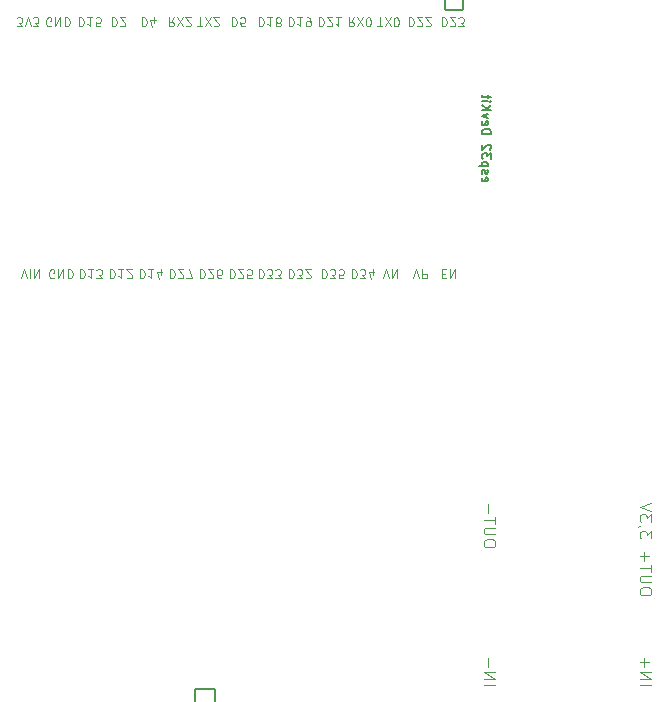
<source format=gbo>
G04 #@! TF.GenerationSoftware,KiCad,Pcbnew,8.0.2*
G04 #@! TF.CreationDate,2024-07-01T07:58:36+02:00*
G04 #@! TF.ProjectId,energiRegistrationForHA,656e6572-6769-4526-9567-697374726174,0*
G04 #@! TF.SameCoordinates,Original*
G04 #@! TF.FileFunction,Legend,Bot*
G04 #@! TF.FilePolarity,Positive*
%FSLAX46Y46*%
G04 Gerber Fmt 4.6, Leading zero omitted, Abs format (unit mm)*
G04 Created by KiCad (PCBNEW 8.0.2) date 2024-07-01 07:58:36*
%MOMM*%
%LPD*%
G01*
G04 APERTURE LIST*
G04 Aperture macros list*
%AMRoundRect*
0 Rectangle with rounded corners*
0 $1 Rounding radius*
0 $2 $3 $4 $5 $6 $7 $8 $9 X,Y pos of 4 corners*
0 Add a 4 corners polygon primitive as box body*
4,1,4,$2,$3,$4,$5,$6,$7,$8,$9,$2,$3,0*
0 Add four circle primitives for the rounded corners*
1,1,$1+$1,$2,$3*
1,1,$1+$1,$4,$5*
1,1,$1+$1,$6,$7*
1,1,$1+$1,$8,$9*
0 Add four rect primitives between the rounded corners*
20,1,$1+$1,$2,$3,$4,$5,0*
20,1,$1+$1,$4,$5,$6,$7,0*
20,1,$1+$1,$6,$7,$8,$9,0*
20,1,$1+$1,$8,$9,$2,$3,0*%
G04 Aperture macros list end*
%ADD10C,0.100000*%
%ADD11C,0.101600*%
%ADD12C,0.152400*%
%ADD13C,2.132000*%
%ADD14RoundRect,0.050000X1.300000X-1.300000X1.300000X1.300000X-1.300000X1.300000X-1.300000X-1.300000X0*%
%ADD15C,2.700000*%
%ADD16RoundRect,0.050000X-0.762000X0.762000X-0.762000X-0.762000X0.762000X-0.762000X0.762000X0.762000X0*%
%ADD17C,1.624000*%
%ADD18RoundRect,0.050000X-0.850000X-0.850000X0.850000X-0.850000X0.850000X0.850000X-0.850000X0.850000X0*%
%ADD19O,1.800000X1.800000*%
G04 APERTURE END LIST*
D10*
X70485580Y-81357115D02*
X71485580Y-81357115D01*
X70485580Y-80880925D02*
X71485580Y-80880925D01*
X71485580Y-80880925D02*
X70485580Y-80309497D01*
X70485580Y-80309497D02*
X71485580Y-80309497D01*
X70866533Y-79833306D02*
X70866533Y-79071402D01*
X83693580Y-81357115D02*
X84693580Y-81357115D01*
X83693580Y-80880925D02*
X84693580Y-80880925D01*
X84693580Y-80880925D02*
X83693580Y-80309497D01*
X83693580Y-80309497D02*
X84693580Y-80309497D01*
X84074533Y-79833306D02*
X84074533Y-79071402D01*
X83693580Y-79452354D02*
X84455485Y-79452354D01*
X84693580Y-73546639D02*
X84693580Y-73356163D01*
X84693580Y-73356163D02*
X84645961Y-73260925D01*
X84645961Y-73260925D02*
X84550723Y-73165687D01*
X84550723Y-73165687D02*
X84360247Y-73118068D01*
X84360247Y-73118068D02*
X84026914Y-73118068D01*
X84026914Y-73118068D02*
X83836438Y-73165687D01*
X83836438Y-73165687D02*
X83741200Y-73260925D01*
X83741200Y-73260925D02*
X83693580Y-73356163D01*
X83693580Y-73356163D02*
X83693580Y-73546639D01*
X83693580Y-73546639D02*
X83741200Y-73641877D01*
X83741200Y-73641877D02*
X83836438Y-73737115D01*
X83836438Y-73737115D02*
X84026914Y-73784734D01*
X84026914Y-73784734D02*
X84360247Y-73784734D01*
X84360247Y-73784734D02*
X84550723Y-73737115D01*
X84550723Y-73737115D02*
X84645961Y-73641877D01*
X84645961Y-73641877D02*
X84693580Y-73546639D01*
X84693580Y-72689496D02*
X83884057Y-72689496D01*
X83884057Y-72689496D02*
X83788819Y-72641877D01*
X83788819Y-72641877D02*
X83741200Y-72594258D01*
X83741200Y-72594258D02*
X83693580Y-72499020D01*
X83693580Y-72499020D02*
X83693580Y-72308544D01*
X83693580Y-72308544D02*
X83741200Y-72213306D01*
X83741200Y-72213306D02*
X83788819Y-72165687D01*
X83788819Y-72165687D02*
X83884057Y-72118068D01*
X83884057Y-72118068D02*
X84693580Y-72118068D01*
X84693580Y-71784734D02*
X84693580Y-71213306D01*
X83693580Y-71499020D02*
X84693580Y-71499020D01*
X84074533Y-70879972D02*
X84074533Y-70118068D01*
X83693580Y-70499020D02*
X84455485Y-70499020D01*
X84693580Y-68975210D02*
X84693580Y-68356163D01*
X84693580Y-68356163D02*
X84312628Y-68689496D01*
X84312628Y-68689496D02*
X84312628Y-68546639D01*
X84312628Y-68546639D02*
X84265009Y-68451401D01*
X84265009Y-68451401D02*
X84217390Y-68403782D01*
X84217390Y-68403782D02*
X84122152Y-68356163D01*
X84122152Y-68356163D02*
X83884057Y-68356163D01*
X83884057Y-68356163D02*
X83788819Y-68403782D01*
X83788819Y-68403782D02*
X83741200Y-68451401D01*
X83741200Y-68451401D02*
X83693580Y-68546639D01*
X83693580Y-68546639D02*
X83693580Y-68832353D01*
X83693580Y-68832353D02*
X83741200Y-68927591D01*
X83741200Y-68927591D02*
X83788819Y-68975210D01*
X83741200Y-67879972D02*
X83693580Y-67879972D01*
X83693580Y-67879972D02*
X83598342Y-67927591D01*
X83598342Y-67927591D02*
X83550723Y-67975210D01*
X84693580Y-67546639D02*
X84693580Y-66927592D01*
X84693580Y-66927592D02*
X84312628Y-67260925D01*
X84312628Y-67260925D02*
X84312628Y-67118068D01*
X84312628Y-67118068D02*
X84265009Y-67022830D01*
X84265009Y-67022830D02*
X84217390Y-66975211D01*
X84217390Y-66975211D02*
X84122152Y-66927592D01*
X84122152Y-66927592D02*
X83884057Y-66927592D01*
X83884057Y-66927592D02*
X83788819Y-66975211D01*
X83788819Y-66975211D02*
X83741200Y-67022830D01*
X83741200Y-67022830D02*
X83693580Y-67118068D01*
X83693580Y-67118068D02*
X83693580Y-67403782D01*
X83693580Y-67403782D02*
X83741200Y-67499020D01*
X83741200Y-67499020D02*
X83788819Y-67546639D01*
X84693580Y-66641877D02*
X83693580Y-66308544D01*
X83693580Y-66308544D02*
X84693580Y-65975211D01*
X71485580Y-69482639D02*
X71485580Y-69292163D01*
X71485580Y-69292163D02*
X71437961Y-69196925D01*
X71437961Y-69196925D02*
X71342723Y-69101687D01*
X71342723Y-69101687D02*
X71152247Y-69054068D01*
X71152247Y-69054068D02*
X70818914Y-69054068D01*
X70818914Y-69054068D02*
X70628438Y-69101687D01*
X70628438Y-69101687D02*
X70533200Y-69196925D01*
X70533200Y-69196925D02*
X70485580Y-69292163D01*
X70485580Y-69292163D02*
X70485580Y-69482639D01*
X70485580Y-69482639D02*
X70533200Y-69577877D01*
X70533200Y-69577877D02*
X70628438Y-69673115D01*
X70628438Y-69673115D02*
X70818914Y-69720734D01*
X70818914Y-69720734D02*
X71152247Y-69720734D01*
X71152247Y-69720734D02*
X71342723Y-69673115D01*
X71342723Y-69673115D02*
X71437961Y-69577877D01*
X71437961Y-69577877D02*
X71485580Y-69482639D01*
X71485580Y-68625496D02*
X70676057Y-68625496D01*
X70676057Y-68625496D02*
X70580819Y-68577877D01*
X70580819Y-68577877D02*
X70533200Y-68530258D01*
X70533200Y-68530258D02*
X70485580Y-68435020D01*
X70485580Y-68435020D02*
X70485580Y-68244544D01*
X70485580Y-68244544D02*
X70533200Y-68149306D01*
X70533200Y-68149306D02*
X70580819Y-68101687D01*
X70580819Y-68101687D02*
X70676057Y-68054068D01*
X70676057Y-68054068D02*
X71485580Y-68054068D01*
X71485580Y-67720734D02*
X71485580Y-67149306D01*
X70485580Y-67435020D02*
X71485580Y-67435020D01*
X70866533Y-66815972D02*
X70866533Y-66054068D01*
D11*
X53969270Y-46199538D02*
X53969270Y-46961538D01*
X53969270Y-46961538D02*
X54150699Y-46961538D01*
X54150699Y-46961538D02*
X54259556Y-46925252D01*
X54259556Y-46925252D02*
X54332127Y-46852681D01*
X54332127Y-46852681D02*
X54368413Y-46780109D01*
X54368413Y-46780109D02*
X54404699Y-46634966D01*
X54404699Y-46634966D02*
X54404699Y-46526109D01*
X54404699Y-46526109D02*
X54368413Y-46380966D01*
X54368413Y-46380966D02*
X54332127Y-46308395D01*
X54332127Y-46308395D02*
X54259556Y-46235824D01*
X54259556Y-46235824D02*
X54150699Y-46199538D01*
X54150699Y-46199538D02*
X53969270Y-46199538D01*
X54658699Y-46961538D02*
X55130413Y-46961538D01*
X55130413Y-46961538D02*
X54876413Y-46671252D01*
X54876413Y-46671252D02*
X54985270Y-46671252D01*
X54985270Y-46671252D02*
X55057842Y-46634966D01*
X55057842Y-46634966D02*
X55094127Y-46598681D01*
X55094127Y-46598681D02*
X55130413Y-46526109D01*
X55130413Y-46526109D02*
X55130413Y-46344681D01*
X55130413Y-46344681D02*
X55094127Y-46272109D01*
X55094127Y-46272109D02*
X55057842Y-46235824D01*
X55057842Y-46235824D02*
X54985270Y-46199538D01*
X54985270Y-46199538D02*
X54767556Y-46199538D01*
X54767556Y-46199538D02*
X54694984Y-46235824D01*
X54694984Y-46235824D02*
X54658699Y-46272109D01*
X55420698Y-46888966D02*
X55456984Y-46925252D01*
X55456984Y-46925252D02*
X55529556Y-46961538D01*
X55529556Y-46961538D02*
X55710984Y-46961538D01*
X55710984Y-46961538D02*
X55783556Y-46925252D01*
X55783556Y-46925252D02*
X55819841Y-46888966D01*
X55819841Y-46888966D02*
X55856127Y-46816395D01*
X55856127Y-46816395D02*
X55856127Y-46743824D01*
X55856127Y-46743824D02*
X55819841Y-46634966D01*
X55819841Y-46634966D02*
X55384413Y-46199538D01*
X55384413Y-46199538D02*
X55856127Y-46199538D01*
X36189270Y-24863538D02*
X36189270Y-25625538D01*
X36189270Y-25625538D02*
X36370699Y-25625538D01*
X36370699Y-25625538D02*
X36479556Y-25589252D01*
X36479556Y-25589252D02*
X36552127Y-25516681D01*
X36552127Y-25516681D02*
X36588413Y-25444109D01*
X36588413Y-25444109D02*
X36624699Y-25298966D01*
X36624699Y-25298966D02*
X36624699Y-25190109D01*
X36624699Y-25190109D02*
X36588413Y-25044966D01*
X36588413Y-25044966D02*
X36552127Y-24972395D01*
X36552127Y-24972395D02*
X36479556Y-24899824D01*
X36479556Y-24899824D02*
X36370699Y-24863538D01*
X36370699Y-24863538D02*
X36189270Y-24863538D01*
X37350413Y-24863538D02*
X36914984Y-24863538D01*
X37132699Y-24863538D02*
X37132699Y-25625538D01*
X37132699Y-25625538D02*
X37060127Y-25516681D01*
X37060127Y-25516681D02*
X36987556Y-25444109D01*
X36987556Y-25444109D02*
X36914984Y-25407824D01*
X38039841Y-25625538D02*
X37676984Y-25625538D01*
X37676984Y-25625538D02*
X37640698Y-25262681D01*
X37640698Y-25262681D02*
X37676984Y-25298966D01*
X37676984Y-25298966D02*
X37749556Y-25335252D01*
X37749556Y-25335252D02*
X37930984Y-25335252D01*
X37930984Y-25335252D02*
X38003556Y-25298966D01*
X38003556Y-25298966D02*
X38039841Y-25262681D01*
X38039841Y-25262681D02*
X38076127Y-25190109D01*
X38076127Y-25190109D02*
X38076127Y-25008681D01*
X38076127Y-25008681D02*
X38039841Y-24936109D01*
X38039841Y-24936109D02*
X38003556Y-24899824D01*
X38003556Y-24899824D02*
X37930984Y-24863538D01*
X37930984Y-24863538D02*
X37749556Y-24863538D01*
X37749556Y-24863538D02*
X37676984Y-24899824D01*
X37676984Y-24899824D02*
X37640698Y-24936109D01*
X51429270Y-46199538D02*
X51429270Y-46961538D01*
X51429270Y-46961538D02*
X51610699Y-46961538D01*
X51610699Y-46961538D02*
X51719556Y-46925252D01*
X51719556Y-46925252D02*
X51792127Y-46852681D01*
X51792127Y-46852681D02*
X51828413Y-46780109D01*
X51828413Y-46780109D02*
X51864699Y-46634966D01*
X51864699Y-46634966D02*
X51864699Y-46526109D01*
X51864699Y-46526109D02*
X51828413Y-46380966D01*
X51828413Y-46380966D02*
X51792127Y-46308395D01*
X51792127Y-46308395D02*
X51719556Y-46235824D01*
X51719556Y-46235824D02*
X51610699Y-46199538D01*
X51610699Y-46199538D02*
X51429270Y-46199538D01*
X52118699Y-46961538D02*
X52590413Y-46961538D01*
X52590413Y-46961538D02*
X52336413Y-46671252D01*
X52336413Y-46671252D02*
X52445270Y-46671252D01*
X52445270Y-46671252D02*
X52517842Y-46634966D01*
X52517842Y-46634966D02*
X52554127Y-46598681D01*
X52554127Y-46598681D02*
X52590413Y-46526109D01*
X52590413Y-46526109D02*
X52590413Y-46344681D01*
X52590413Y-46344681D02*
X52554127Y-46272109D01*
X52554127Y-46272109D02*
X52517842Y-46235824D01*
X52517842Y-46235824D02*
X52445270Y-46199538D01*
X52445270Y-46199538D02*
X52227556Y-46199538D01*
X52227556Y-46199538D02*
X52154984Y-46235824D01*
X52154984Y-46235824D02*
X52118699Y-46272109D01*
X52844413Y-46961538D02*
X53316127Y-46961538D01*
X53316127Y-46961538D02*
X53062127Y-46671252D01*
X53062127Y-46671252D02*
X53170984Y-46671252D01*
X53170984Y-46671252D02*
X53243556Y-46634966D01*
X53243556Y-46634966D02*
X53279841Y-46598681D01*
X53279841Y-46598681D02*
X53316127Y-46526109D01*
X53316127Y-46526109D02*
X53316127Y-46344681D01*
X53316127Y-46344681D02*
X53279841Y-46272109D01*
X53279841Y-46272109D02*
X53243556Y-46235824D01*
X53243556Y-46235824D02*
X53170984Y-46199538D01*
X53170984Y-46199538D02*
X52953270Y-46199538D01*
X52953270Y-46199538D02*
X52880698Y-46235824D01*
X52880698Y-46235824D02*
X52844413Y-46272109D01*
X51429270Y-24863538D02*
X51429270Y-25625538D01*
X51429270Y-25625538D02*
X51610699Y-25625538D01*
X51610699Y-25625538D02*
X51719556Y-25589252D01*
X51719556Y-25589252D02*
X51792127Y-25516681D01*
X51792127Y-25516681D02*
X51828413Y-25444109D01*
X51828413Y-25444109D02*
X51864699Y-25298966D01*
X51864699Y-25298966D02*
X51864699Y-25190109D01*
X51864699Y-25190109D02*
X51828413Y-25044966D01*
X51828413Y-25044966D02*
X51792127Y-24972395D01*
X51792127Y-24972395D02*
X51719556Y-24899824D01*
X51719556Y-24899824D02*
X51610699Y-24863538D01*
X51610699Y-24863538D02*
X51429270Y-24863538D01*
X52590413Y-24863538D02*
X52154984Y-24863538D01*
X52372699Y-24863538D02*
X52372699Y-25625538D01*
X52372699Y-25625538D02*
X52300127Y-25516681D01*
X52300127Y-25516681D02*
X52227556Y-25444109D01*
X52227556Y-25444109D02*
X52154984Y-25407824D01*
X53025841Y-25298966D02*
X52953270Y-25335252D01*
X52953270Y-25335252D02*
X52916984Y-25371538D01*
X52916984Y-25371538D02*
X52880698Y-25444109D01*
X52880698Y-25444109D02*
X52880698Y-25480395D01*
X52880698Y-25480395D02*
X52916984Y-25552966D01*
X52916984Y-25552966D02*
X52953270Y-25589252D01*
X52953270Y-25589252D02*
X53025841Y-25625538D01*
X53025841Y-25625538D02*
X53170984Y-25625538D01*
X53170984Y-25625538D02*
X53243556Y-25589252D01*
X53243556Y-25589252D02*
X53279841Y-25552966D01*
X53279841Y-25552966D02*
X53316127Y-25480395D01*
X53316127Y-25480395D02*
X53316127Y-25444109D01*
X53316127Y-25444109D02*
X53279841Y-25371538D01*
X53279841Y-25371538D02*
X53243556Y-25335252D01*
X53243556Y-25335252D02*
X53170984Y-25298966D01*
X53170984Y-25298966D02*
X53025841Y-25298966D01*
X53025841Y-25298966D02*
X52953270Y-25262681D01*
X52953270Y-25262681D02*
X52916984Y-25226395D01*
X52916984Y-25226395D02*
X52880698Y-25153824D01*
X52880698Y-25153824D02*
X52880698Y-25008681D01*
X52880698Y-25008681D02*
X52916984Y-24936109D01*
X52916984Y-24936109D02*
X52953270Y-24899824D01*
X52953270Y-24899824D02*
X53025841Y-24863538D01*
X53025841Y-24863538D02*
X53170984Y-24863538D01*
X53170984Y-24863538D02*
X53243556Y-24899824D01*
X53243556Y-24899824D02*
X53279841Y-24936109D01*
X53279841Y-24936109D02*
X53316127Y-25008681D01*
X53316127Y-25008681D02*
X53316127Y-25153824D01*
X53316127Y-25153824D02*
X53279841Y-25226395D01*
X53279841Y-25226395D02*
X53243556Y-25262681D01*
X53243556Y-25262681D02*
X53170984Y-25298966D01*
X56509270Y-24863538D02*
X56509270Y-25625538D01*
X56509270Y-25625538D02*
X56690699Y-25625538D01*
X56690699Y-25625538D02*
X56799556Y-25589252D01*
X56799556Y-25589252D02*
X56872127Y-25516681D01*
X56872127Y-25516681D02*
X56908413Y-25444109D01*
X56908413Y-25444109D02*
X56944699Y-25298966D01*
X56944699Y-25298966D02*
X56944699Y-25190109D01*
X56944699Y-25190109D02*
X56908413Y-25044966D01*
X56908413Y-25044966D02*
X56872127Y-24972395D01*
X56872127Y-24972395D02*
X56799556Y-24899824D01*
X56799556Y-24899824D02*
X56690699Y-24863538D01*
X56690699Y-24863538D02*
X56509270Y-24863538D01*
X57234984Y-25552966D02*
X57271270Y-25589252D01*
X57271270Y-25589252D02*
X57343842Y-25625538D01*
X57343842Y-25625538D02*
X57525270Y-25625538D01*
X57525270Y-25625538D02*
X57597842Y-25589252D01*
X57597842Y-25589252D02*
X57634127Y-25552966D01*
X57634127Y-25552966D02*
X57670413Y-25480395D01*
X57670413Y-25480395D02*
X57670413Y-25407824D01*
X57670413Y-25407824D02*
X57634127Y-25298966D01*
X57634127Y-25298966D02*
X57198699Y-24863538D01*
X57198699Y-24863538D02*
X57670413Y-24863538D01*
X58396127Y-24863538D02*
X57960698Y-24863538D01*
X58178413Y-24863538D02*
X58178413Y-25625538D01*
X58178413Y-25625538D02*
X58105841Y-25516681D01*
X58105841Y-25516681D02*
X58033270Y-25444109D01*
X58033270Y-25444109D02*
X57960698Y-25407824D01*
X53969270Y-24863538D02*
X53969270Y-25625538D01*
X53969270Y-25625538D02*
X54150699Y-25625538D01*
X54150699Y-25625538D02*
X54259556Y-25589252D01*
X54259556Y-25589252D02*
X54332127Y-25516681D01*
X54332127Y-25516681D02*
X54368413Y-25444109D01*
X54368413Y-25444109D02*
X54404699Y-25298966D01*
X54404699Y-25298966D02*
X54404699Y-25190109D01*
X54404699Y-25190109D02*
X54368413Y-25044966D01*
X54368413Y-25044966D02*
X54332127Y-24972395D01*
X54332127Y-24972395D02*
X54259556Y-24899824D01*
X54259556Y-24899824D02*
X54150699Y-24863538D01*
X54150699Y-24863538D02*
X53969270Y-24863538D01*
X55130413Y-24863538D02*
X54694984Y-24863538D01*
X54912699Y-24863538D02*
X54912699Y-25625538D01*
X54912699Y-25625538D02*
X54840127Y-25516681D01*
X54840127Y-25516681D02*
X54767556Y-25444109D01*
X54767556Y-25444109D02*
X54694984Y-25407824D01*
X55493270Y-24863538D02*
X55638413Y-24863538D01*
X55638413Y-24863538D02*
X55710984Y-24899824D01*
X55710984Y-24899824D02*
X55747270Y-24936109D01*
X55747270Y-24936109D02*
X55819841Y-25044966D01*
X55819841Y-25044966D02*
X55856127Y-25190109D01*
X55856127Y-25190109D02*
X55856127Y-25480395D01*
X55856127Y-25480395D02*
X55819841Y-25552966D01*
X55819841Y-25552966D02*
X55783556Y-25589252D01*
X55783556Y-25589252D02*
X55710984Y-25625538D01*
X55710984Y-25625538D02*
X55565841Y-25625538D01*
X55565841Y-25625538D02*
X55493270Y-25589252D01*
X55493270Y-25589252D02*
X55456984Y-25552966D01*
X55456984Y-25552966D02*
X55420698Y-25480395D01*
X55420698Y-25480395D02*
X55420698Y-25298966D01*
X55420698Y-25298966D02*
X55456984Y-25226395D01*
X55456984Y-25226395D02*
X55493270Y-25190109D01*
X55493270Y-25190109D02*
X55565841Y-25153824D01*
X55565841Y-25153824D02*
X55710984Y-25153824D01*
X55710984Y-25153824D02*
X55783556Y-25190109D01*
X55783556Y-25190109D02*
X55819841Y-25226395D01*
X55819841Y-25226395D02*
X55856127Y-25298966D01*
X41365714Y-46199538D02*
X41365714Y-46961538D01*
X41365714Y-46961538D02*
X41547143Y-46961538D01*
X41547143Y-46961538D02*
X41656000Y-46925252D01*
X41656000Y-46925252D02*
X41728571Y-46852681D01*
X41728571Y-46852681D02*
X41764857Y-46780109D01*
X41764857Y-46780109D02*
X41801143Y-46634966D01*
X41801143Y-46634966D02*
X41801143Y-46526109D01*
X41801143Y-46526109D02*
X41764857Y-46380966D01*
X41764857Y-46380966D02*
X41728571Y-46308395D01*
X41728571Y-46308395D02*
X41656000Y-46235824D01*
X41656000Y-46235824D02*
X41547143Y-46199538D01*
X41547143Y-46199538D02*
X41365714Y-46199538D01*
X42526857Y-46199538D02*
X42091428Y-46199538D01*
X42309143Y-46199538D02*
X42309143Y-46961538D01*
X42309143Y-46961538D02*
X42236571Y-46852681D01*
X42236571Y-46852681D02*
X42164000Y-46780109D01*
X42164000Y-46780109D02*
X42091428Y-46743824D01*
X43180000Y-46707538D02*
X43180000Y-46199538D01*
X42998571Y-46997824D02*
X42817142Y-46453538D01*
X42817142Y-46453538D02*
X43288857Y-46453538D01*
X34090428Y-46925252D02*
X34017857Y-46961538D01*
X34017857Y-46961538D02*
X33908999Y-46961538D01*
X33908999Y-46961538D02*
X33800142Y-46925252D01*
X33800142Y-46925252D02*
X33727571Y-46852681D01*
X33727571Y-46852681D02*
X33691285Y-46780109D01*
X33691285Y-46780109D02*
X33654999Y-46634966D01*
X33654999Y-46634966D02*
X33654999Y-46526109D01*
X33654999Y-46526109D02*
X33691285Y-46380966D01*
X33691285Y-46380966D02*
X33727571Y-46308395D01*
X33727571Y-46308395D02*
X33800142Y-46235824D01*
X33800142Y-46235824D02*
X33908999Y-46199538D01*
X33908999Y-46199538D02*
X33981571Y-46199538D01*
X33981571Y-46199538D02*
X34090428Y-46235824D01*
X34090428Y-46235824D02*
X34126714Y-46272109D01*
X34126714Y-46272109D02*
X34126714Y-46526109D01*
X34126714Y-46526109D02*
X33981571Y-46526109D01*
X34453285Y-46199538D02*
X34453285Y-46961538D01*
X34453285Y-46961538D02*
X34888714Y-46199538D01*
X34888714Y-46199538D02*
X34888714Y-46961538D01*
X35251571Y-46199538D02*
X35251571Y-46961538D01*
X35251571Y-46961538D02*
X35433000Y-46961538D01*
X35433000Y-46961538D02*
X35541857Y-46925252D01*
X35541857Y-46925252D02*
X35614428Y-46852681D01*
X35614428Y-46852681D02*
X35650714Y-46780109D01*
X35650714Y-46780109D02*
X35687000Y-46634966D01*
X35687000Y-46634966D02*
X35687000Y-46526109D01*
X35687000Y-46526109D02*
X35650714Y-46380966D01*
X35650714Y-46380966D02*
X35614428Y-46308395D01*
X35614428Y-46308395D02*
X35541857Y-46235824D01*
X35541857Y-46235824D02*
X35433000Y-46199538D01*
X35433000Y-46199538D02*
X35251571Y-46199538D01*
X56763270Y-46199538D02*
X56763270Y-46961538D01*
X56763270Y-46961538D02*
X56944699Y-46961538D01*
X56944699Y-46961538D02*
X57053556Y-46925252D01*
X57053556Y-46925252D02*
X57126127Y-46852681D01*
X57126127Y-46852681D02*
X57162413Y-46780109D01*
X57162413Y-46780109D02*
X57198699Y-46634966D01*
X57198699Y-46634966D02*
X57198699Y-46526109D01*
X57198699Y-46526109D02*
X57162413Y-46380966D01*
X57162413Y-46380966D02*
X57126127Y-46308395D01*
X57126127Y-46308395D02*
X57053556Y-46235824D01*
X57053556Y-46235824D02*
X56944699Y-46199538D01*
X56944699Y-46199538D02*
X56763270Y-46199538D01*
X57452699Y-46961538D02*
X57924413Y-46961538D01*
X57924413Y-46961538D02*
X57670413Y-46671252D01*
X57670413Y-46671252D02*
X57779270Y-46671252D01*
X57779270Y-46671252D02*
X57851842Y-46634966D01*
X57851842Y-46634966D02*
X57888127Y-46598681D01*
X57888127Y-46598681D02*
X57924413Y-46526109D01*
X57924413Y-46526109D02*
X57924413Y-46344681D01*
X57924413Y-46344681D02*
X57888127Y-46272109D01*
X57888127Y-46272109D02*
X57851842Y-46235824D01*
X57851842Y-46235824D02*
X57779270Y-46199538D01*
X57779270Y-46199538D02*
X57561556Y-46199538D01*
X57561556Y-46199538D02*
X57488984Y-46235824D01*
X57488984Y-46235824D02*
X57452699Y-46272109D01*
X58613841Y-46961538D02*
X58250984Y-46961538D01*
X58250984Y-46961538D02*
X58214698Y-46598681D01*
X58214698Y-46598681D02*
X58250984Y-46634966D01*
X58250984Y-46634966D02*
X58323556Y-46671252D01*
X58323556Y-46671252D02*
X58504984Y-46671252D01*
X58504984Y-46671252D02*
X58577556Y-46634966D01*
X58577556Y-46634966D02*
X58613841Y-46598681D01*
X58613841Y-46598681D02*
X58650127Y-46526109D01*
X58650127Y-46526109D02*
X58650127Y-46344681D01*
X58650127Y-46344681D02*
X58613841Y-46272109D01*
X58613841Y-46272109D02*
X58577556Y-46235824D01*
X58577556Y-46235824D02*
X58504984Y-46199538D01*
X58504984Y-46199538D02*
X58323556Y-46199538D01*
X58323556Y-46199538D02*
X58250984Y-46235824D01*
X58250984Y-46235824D02*
X58214698Y-46272109D01*
X66923270Y-24863538D02*
X66923270Y-25625538D01*
X66923270Y-25625538D02*
X67104699Y-25625538D01*
X67104699Y-25625538D02*
X67213556Y-25589252D01*
X67213556Y-25589252D02*
X67286127Y-25516681D01*
X67286127Y-25516681D02*
X67322413Y-25444109D01*
X67322413Y-25444109D02*
X67358699Y-25298966D01*
X67358699Y-25298966D02*
X67358699Y-25190109D01*
X67358699Y-25190109D02*
X67322413Y-25044966D01*
X67322413Y-25044966D02*
X67286127Y-24972395D01*
X67286127Y-24972395D02*
X67213556Y-24899824D01*
X67213556Y-24899824D02*
X67104699Y-24863538D01*
X67104699Y-24863538D02*
X66923270Y-24863538D01*
X67648984Y-25552966D02*
X67685270Y-25589252D01*
X67685270Y-25589252D02*
X67757842Y-25625538D01*
X67757842Y-25625538D02*
X67939270Y-25625538D01*
X67939270Y-25625538D02*
X68011842Y-25589252D01*
X68011842Y-25589252D02*
X68048127Y-25552966D01*
X68048127Y-25552966D02*
X68084413Y-25480395D01*
X68084413Y-25480395D02*
X68084413Y-25407824D01*
X68084413Y-25407824D02*
X68048127Y-25298966D01*
X68048127Y-25298966D02*
X67612699Y-24863538D01*
X67612699Y-24863538D02*
X68084413Y-24863538D01*
X68338413Y-25625538D02*
X68810127Y-25625538D01*
X68810127Y-25625538D02*
X68556127Y-25335252D01*
X68556127Y-25335252D02*
X68664984Y-25335252D01*
X68664984Y-25335252D02*
X68737556Y-25298966D01*
X68737556Y-25298966D02*
X68773841Y-25262681D01*
X68773841Y-25262681D02*
X68810127Y-25190109D01*
X68810127Y-25190109D02*
X68810127Y-25008681D01*
X68810127Y-25008681D02*
X68773841Y-24936109D01*
X68773841Y-24936109D02*
X68737556Y-24899824D01*
X68737556Y-24899824D02*
X68664984Y-24863538D01*
X68664984Y-24863538D02*
X68447270Y-24863538D01*
X68447270Y-24863538D02*
X68374698Y-24899824D01*
X68374698Y-24899824D02*
X68338413Y-24936109D01*
X59484699Y-24863538D02*
X59230699Y-25226395D01*
X59049270Y-24863538D02*
X59049270Y-25625538D01*
X59049270Y-25625538D02*
X59339556Y-25625538D01*
X59339556Y-25625538D02*
X59412127Y-25589252D01*
X59412127Y-25589252D02*
X59448413Y-25552966D01*
X59448413Y-25552966D02*
X59484699Y-25480395D01*
X59484699Y-25480395D02*
X59484699Y-25371538D01*
X59484699Y-25371538D02*
X59448413Y-25298966D01*
X59448413Y-25298966D02*
X59412127Y-25262681D01*
X59412127Y-25262681D02*
X59339556Y-25226395D01*
X59339556Y-25226395D02*
X59049270Y-25226395D01*
X59738699Y-25625538D02*
X60246699Y-24863538D01*
X60246699Y-25625538D02*
X59738699Y-24863538D01*
X60682127Y-25625538D02*
X60754698Y-25625538D01*
X60754698Y-25625538D02*
X60827270Y-25589252D01*
X60827270Y-25589252D02*
X60863556Y-25552966D01*
X60863556Y-25552966D02*
X60899841Y-25480395D01*
X60899841Y-25480395D02*
X60936127Y-25335252D01*
X60936127Y-25335252D02*
X60936127Y-25153824D01*
X60936127Y-25153824D02*
X60899841Y-25008681D01*
X60899841Y-25008681D02*
X60863556Y-24936109D01*
X60863556Y-24936109D02*
X60827270Y-24899824D01*
X60827270Y-24899824D02*
X60754698Y-24863538D01*
X60754698Y-24863538D02*
X60682127Y-24863538D01*
X60682127Y-24863538D02*
X60609556Y-24899824D01*
X60609556Y-24899824D02*
X60573270Y-24936109D01*
X60573270Y-24936109D02*
X60536984Y-25008681D01*
X60536984Y-25008681D02*
X60500698Y-25153824D01*
X60500698Y-25153824D02*
X60500698Y-25335252D01*
X60500698Y-25335252D02*
X60536984Y-25480395D01*
X60536984Y-25480395D02*
X60573270Y-25552966D01*
X60573270Y-25552966D02*
X60609556Y-25589252D01*
X60609556Y-25589252D02*
X60682127Y-25625538D01*
X36285714Y-46199538D02*
X36285714Y-46961538D01*
X36285714Y-46961538D02*
X36467143Y-46961538D01*
X36467143Y-46961538D02*
X36576000Y-46925252D01*
X36576000Y-46925252D02*
X36648571Y-46852681D01*
X36648571Y-46852681D02*
X36684857Y-46780109D01*
X36684857Y-46780109D02*
X36721143Y-46634966D01*
X36721143Y-46634966D02*
X36721143Y-46526109D01*
X36721143Y-46526109D02*
X36684857Y-46380966D01*
X36684857Y-46380966D02*
X36648571Y-46308395D01*
X36648571Y-46308395D02*
X36576000Y-46235824D01*
X36576000Y-46235824D02*
X36467143Y-46199538D01*
X36467143Y-46199538D02*
X36285714Y-46199538D01*
X37446857Y-46199538D02*
X37011428Y-46199538D01*
X37229143Y-46199538D02*
X37229143Y-46961538D01*
X37229143Y-46961538D02*
X37156571Y-46852681D01*
X37156571Y-46852681D02*
X37084000Y-46780109D01*
X37084000Y-46780109D02*
X37011428Y-46743824D01*
X37700857Y-46961538D02*
X38172571Y-46961538D01*
X38172571Y-46961538D02*
X37918571Y-46671252D01*
X37918571Y-46671252D02*
X38027428Y-46671252D01*
X38027428Y-46671252D02*
X38100000Y-46634966D01*
X38100000Y-46634966D02*
X38136285Y-46598681D01*
X38136285Y-46598681D02*
X38172571Y-46526109D01*
X38172571Y-46526109D02*
X38172571Y-46344681D01*
X38172571Y-46344681D02*
X38136285Y-46272109D01*
X38136285Y-46272109D02*
X38100000Y-46235824D01*
X38100000Y-46235824D02*
X38027428Y-46199538D01*
X38027428Y-46199538D02*
X37809714Y-46199538D01*
X37809714Y-46199538D02*
X37737142Y-46235824D01*
X37737142Y-46235824D02*
X37700857Y-46272109D01*
D12*
X70368465Y-38417022D02*
X70332179Y-38489594D01*
X70332179Y-38489594D02*
X70332179Y-38634737D01*
X70332179Y-38634737D02*
X70368465Y-38707308D01*
X70368465Y-38707308D02*
X70441036Y-38743594D01*
X70441036Y-38743594D02*
X70731322Y-38743594D01*
X70731322Y-38743594D02*
X70803893Y-38707308D01*
X70803893Y-38707308D02*
X70840179Y-38634737D01*
X70840179Y-38634737D02*
X70840179Y-38489594D01*
X70840179Y-38489594D02*
X70803893Y-38417022D01*
X70803893Y-38417022D02*
X70731322Y-38380737D01*
X70731322Y-38380737D02*
X70658750Y-38380737D01*
X70658750Y-38380737D02*
X70586179Y-38743594D01*
X70368465Y-38090451D02*
X70332179Y-38017879D01*
X70332179Y-38017879D02*
X70332179Y-37872736D01*
X70332179Y-37872736D02*
X70368465Y-37800165D01*
X70368465Y-37800165D02*
X70441036Y-37763879D01*
X70441036Y-37763879D02*
X70477322Y-37763879D01*
X70477322Y-37763879D02*
X70549893Y-37800165D01*
X70549893Y-37800165D02*
X70586179Y-37872736D01*
X70586179Y-37872736D02*
X70586179Y-37981594D01*
X70586179Y-37981594D02*
X70622465Y-38054165D01*
X70622465Y-38054165D02*
X70695036Y-38090451D01*
X70695036Y-38090451D02*
X70731322Y-38090451D01*
X70731322Y-38090451D02*
X70803893Y-38054165D01*
X70803893Y-38054165D02*
X70840179Y-37981594D01*
X70840179Y-37981594D02*
X70840179Y-37872736D01*
X70840179Y-37872736D02*
X70803893Y-37800165D01*
X70840179Y-37437308D02*
X70078179Y-37437308D01*
X70803893Y-37437308D02*
X70840179Y-37364737D01*
X70840179Y-37364737D02*
X70840179Y-37219594D01*
X70840179Y-37219594D02*
X70803893Y-37147022D01*
X70803893Y-37147022D02*
X70767607Y-37110737D01*
X70767607Y-37110737D02*
X70695036Y-37074451D01*
X70695036Y-37074451D02*
X70477322Y-37074451D01*
X70477322Y-37074451D02*
X70404750Y-37110737D01*
X70404750Y-37110737D02*
X70368465Y-37147022D01*
X70368465Y-37147022D02*
X70332179Y-37219594D01*
X70332179Y-37219594D02*
X70332179Y-37364737D01*
X70332179Y-37364737D02*
X70368465Y-37437308D01*
X71094179Y-36820450D02*
X71094179Y-36348736D01*
X71094179Y-36348736D02*
X70803893Y-36602736D01*
X70803893Y-36602736D02*
X70803893Y-36493879D01*
X70803893Y-36493879D02*
X70767607Y-36421308D01*
X70767607Y-36421308D02*
X70731322Y-36385022D01*
X70731322Y-36385022D02*
X70658750Y-36348736D01*
X70658750Y-36348736D02*
X70477322Y-36348736D01*
X70477322Y-36348736D02*
X70404750Y-36385022D01*
X70404750Y-36385022D02*
X70368465Y-36421308D01*
X70368465Y-36421308D02*
X70332179Y-36493879D01*
X70332179Y-36493879D02*
X70332179Y-36711593D01*
X70332179Y-36711593D02*
X70368465Y-36784165D01*
X70368465Y-36784165D02*
X70404750Y-36820450D01*
X71021607Y-36058451D02*
X71057893Y-36022165D01*
X71057893Y-36022165D02*
X71094179Y-35949594D01*
X71094179Y-35949594D02*
X71094179Y-35768165D01*
X71094179Y-35768165D02*
X71057893Y-35695594D01*
X71057893Y-35695594D02*
X71021607Y-35659308D01*
X71021607Y-35659308D02*
X70949036Y-35623022D01*
X70949036Y-35623022D02*
X70876465Y-35623022D01*
X70876465Y-35623022D02*
X70767607Y-35659308D01*
X70767607Y-35659308D02*
X70332179Y-36094736D01*
X70332179Y-36094736D02*
X70332179Y-35623022D01*
X70332179Y-34715880D02*
X71094179Y-34715880D01*
X71094179Y-34715880D02*
X71094179Y-34534451D01*
X71094179Y-34534451D02*
X71057893Y-34425594D01*
X71057893Y-34425594D02*
X70985322Y-34353023D01*
X70985322Y-34353023D02*
X70912750Y-34316737D01*
X70912750Y-34316737D02*
X70767607Y-34280451D01*
X70767607Y-34280451D02*
X70658750Y-34280451D01*
X70658750Y-34280451D02*
X70513607Y-34316737D01*
X70513607Y-34316737D02*
X70441036Y-34353023D01*
X70441036Y-34353023D02*
X70368465Y-34425594D01*
X70368465Y-34425594D02*
X70332179Y-34534451D01*
X70332179Y-34534451D02*
X70332179Y-34715880D01*
X70368465Y-33663594D02*
X70332179Y-33736166D01*
X70332179Y-33736166D02*
X70332179Y-33881309D01*
X70332179Y-33881309D02*
X70368465Y-33953880D01*
X70368465Y-33953880D02*
X70441036Y-33990166D01*
X70441036Y-33990166D02*
X70731322Y-33990166D01*
X70731322Y-33990166D02*
X70803893Y-33953880D01*
X70803893Y-33953880D02*
X70840179Y-33881309D01*
X70840179Y-33881309D02*
X70840179Y-33736166D01*
X70840179Y-33736166D02*
X70803893Y-33663594D01*
X70803893Y-33663594D02*
X70731322Y-33627309D01*
X70731322Y-33627309D02*
X70658750Y-33627309D01*
X70658750Y-33627309D02*
X70586179Y-33990166D01*
X70840179Y-33373308D02*
X70332179Y-33191880D01*
X70332179Y-33191880D02*
X70840179Y-33010451D01*
X70332179Y-32720166D02*
X71094179Y-32720166D01*
X70332179Y-32284737D02*
X70767607Y-32611309D01*
X71094179Y-32284737D02*
X70658750Y-32720166D01*
X70332179Y-31958166D02*
X70840179Y-31958166D01*
X71094179Y-31958166D02*
X71057893Y-31994452D01*
X71057893Y-31994452D02*
X71021607Y-31958166D01*
X71021607Y-31958166D02*
X71057893Y-31921880D01*
X71057893Y-31921880D02*
X71094179Y-31958166D01*
X71094179Y-31958166D02*
X71021607Y-31958166D01*
X70840179Y-31704166D02*
X70840179Y-31413880D01*
X71094179Y-31595309D02*
X70441036Y-31595309D01*
X70441036Y-31595309D02*
X70368465Y-31559023D01*
X70368465Y-31559023D02*
X70332179Y-31486452D01*
X70332179Y-31486452D02*
X70332179Y-31413880D01*
D11*
X31296428Y-46961538D02*
X31550428Y-46199538D01*
X31550428Y-46199538D02*
X31804428Y-46961538D01*
X32058428Y-46199538D02*
X32058428Y-46961538D01*
X32421285Y-46199538D02*
X32421285Y-46961538D01*
X32421285Y-46961538D02*
X32856714Y-46199538D01*
X32856714Y-46199538D02*
X32856714Y-46961538D01*
X61480413Y-25625538D02*
X61915842Y-25625538D01*
X61698127Y-24863538D02*
X61698127Y-25625538D01*
X62097270Y-25625538D02*
X62605270Y-24863538D01*
X62605270Y-25625538D02*
X62097270Y-24863538D01*
X63040698Y-25625538D02*
X63113269Y-25625538D01*
X63113269Y-25625538D02*
X63185841Y-25589252D01*
X63185841Y-25589252D02*
X63222127Y-25552966D01*
X63222127Y-25552966D02*
X63258412Y-25480395D01*
X63258412Y-25480395D02*
X63294698Y-25335252D01*
X63294698Y-25335252D02*
X63294698Y-25153824D01*
X63294698Y-25153824D02*
X63258412Y-25008681D01*
X63258412Y-25008681D02*
X63222127Y-24936109D01*
X63222127Y-24936109D02*
X63185841Y-24899824D01*
X63185841Y-24899824D02*
X63113269Y-24863538D01*
X63113269Y-24863538D02*
X63040698Y-24863538D01*
X63040698Y-24863538D02*
X62968127Y-24899824D01*
X62968127Y-24899824D02*
X62931841Y-24936109D01*
X62931841Y-24936109D02*
X62895555Y-25008681D01*
X62895555Y-25008681D02*
X62859269Y-25153824D01*
X62859269Y-25153824D02*
X62859269Y-25335252D01*
X62859269Y-25335252D02*
X62895555Y-25480395D01*
X62895555Y-25480395D02*
X62931841Y-25552966D01*
X62931841Y-25552966D02*
X62968127Y-25589252D01*
X62968127Y-25589252D02*
X63040698Y-25625538D01*
X46240413Y-25625538D02*
X46675842Y-25625538D01*
X46458127Y-24863538D02*
X46458127Y-25625538D01*
X46857270Y-25625538D02*
X47365270Y-24863538D01*
X47365270Y-25625538D02*
X46857270Y-24863538D01*
X47619269Y-25552966D02*
X47655555Y-25589252D01*
X47655555Y-25589252D02*
X47728127Y-25625538D01*
X47728127Y-25625538D02*
X47909555Y-25625538D01*
X47909555Y-25625538D02*
X47982127Y-25589252D01*
X47982127Y-25589252D02*
X48018412Y-25552966D01*
X48018412Y-25552966D02*
X48054698Y-25480395D01*
X48054698Y-25480395D02*
X48054698Y-25407824D01*
X48054698Y-25407824D02*
X48018412Y-25298966D01*
X48018412Y-25298966D02*
X47582984Y-24863538D01*
X47582984Y-24863538D02*
X48054698Y-24863538D01*
X33836428Y-25589252D02*
X33763857Y-25625538D01*
X33763857Y-25625538D02*
X33654999Y-25625538D01*
X33654999Y-25625538D02*
X33546142Y-25589252D01*
X33546142Y-25589252D02*
X33473571Y-25516681D01*
X33473571Y-25516681D02*
X33437285Y-25444109D01*
X33437285Y-25444109D02*
X33400999Y-25298966D01*
X33400999Y-25298966D02*
X33400999Y-25190109D01*
X33400999Y-25190109D02*
X33437285Y-25044966D01*
X33437285Y-25044966D02*
X33473571Y-24972395D01*
X33473571Y-24972395D02*
X33546142Y-24899824D01*
X33546142Y-24899824D02*
X33654999Y-24863538D01*
X33654999Y-24863538D02*
X33727571Y-24863538D01*
X33727571Y-24863538D02*
X33836428Y-24899824D01*
X33836428Y-24899824D02*
X33872714Y-24936109D01*
X33872714Y-24936109D02*
X33872714Y-25190109D01*
X33872714Y-25190109D02*
X33727571Y-25190109D01*
X34199285Y-24863538D02*
X34199285Y-25625538D01*
X34199285Y-25625538D02*
X34634714Y-24863538D01*
X34634714Y-24863538D02*
X34634714Y-25625538D01*
X34997571Y-24863538D02*
X34997571Y-25625538D01*
X34997571Y-25625538D02*
X35179000Y-25625538D01*
X35179000Y-25625538D02*
X35287857Y-25589252D01*
X35287857Y-25589252D02*
X35360428Y-25516681D01*
X35360428Y-25516681D02*
X35396714Y-25444109D01*
X35396714Y-25444109D02*
X35433000Y-25298966D01*
X35433000Y-25298966D02*
X35433000Y-25190109D01*
X35433000Y-25190109D02*
X35396714Y-25044966D01*
X35396714Y-25044966D02*
X35360428Y-24972395D01*
X35360428Y-24972395D02*
X35287857Y-24899824D01*
X35287857Y-24899824D02*
X35179000Y-24863538D01*
X35179000Y-24863538D02*
X34997571Y-24863538D01*
X61988413Y-46961538D02*
X62242413Y-46199538D01*
X62242413Y-46199538D02*
X62496413Y-46961538D01*
X62750413Y-46199538D02*
X62750413Y-46961538D01*
X62750413Y-46961538D02*
X63185842Y-46199538D01*
X63185842Y-46199538D02*
X63185842Y-46961538D01*
X30933572Y-25625538D02*
X31405286Y-25625538D01*
X31405286Y-25625538D02*
X31151286Y-25335252D01*
X31151286Y-25335252D02*
X31260143Y-25335252D01*
X31260143Y-25335252D02*
X31332715Y-25298966D01*
X31332715Y-25298966D02*
X31369000Y-25262681D01*
X31369000Y-25262681D02*
X31405286Y-25190109D01*
X31405286Y-25190109D02*
X31405286Y-25008681D01*
X31405286Y-25008681D02*
X31369000Y-24936109D01*
X31369000Y-24936109D02*
X31332715Y-24899824D01*
X31332715Y-24899824D02*
X31260143Y-24863538D01*
X31260143Y-24863538D02*
X31042429Y-24863538D01*
X31042429Y-24863538D02*
X30969857Y-24899824D01*
X30969857Y-24899824D02*
X30933572Y-24936109D01*
X31623000Y-25625538D02*
X31877000Y-24863538D01*
X31877000Y-24863538D02*
X32131000Y-25625538D01*
X32312429Y-25625538D02*
X32784143Y-25625538D01*
X32784143Y-25625538D02*
X32530143Y-25335252D01*
X32530143Y-25335252D02*
X32639000Y-25335252D01*
X32639000Y-25335252D02*
X32711572Y-25298966D01*
X32711572Y-25298966D02*
X32747857Y-25262681D01*
X32747857Y-25262681D02*
X32784143Y-25190109D01*
X32784143Y-25190109D02*
X32784143Y-25008681D01*
X32784143Y-25008681D02*
X32747857Y-24936109D01*
X32747857Y-24936109D02*
X32711572Y-24899824D01*
X32711572Y-24899824D02*
X32639000Y-24863538D01*
X32639000Y-24863538D02*
X32421286Y-24863538D01*
X32421286Y-24863538D02*
X32348714Y-24899824D01*
X32348714Y-24899824D02*
X32312429Y-24936109D01*
X38983270Y-24863538D02*
X38983270Y-25625538D01*
X38983270Y-25625538D02*
X39164699Y-25625538D01*
X39164699Y-25625538D02*
X39273556Y-25589252D01*
X39273556Y-25589252D02*
X39346127Y-25516681D01*
X39346127Y-25516681D02*
X39382413Y-25444109D01*
X39382413Y-25444109D02*
X39418699Y-25298966D01*
X39418699Y-25298966D02*
X39418699Y-25190109D01*
X39418699Y-25190109D02*
X39382413Y-25044966D01*
X39382413Y-25044966D02*
X39346127Y-24972395D01*
X39346127Y-24972395D02*
X39273556Y-24899824D01*
X39273556Y-24899824D02*
X39164699Y-24863538D01*
X39164699Y-24863538D02*
X38983270Y-24863538D01*
X39708984Y-25552966D02*
X39745270Y-25589252D01*
X39745270Y-25589252D02*
X39817842Y-25625538D01*
X39817842Y-25625538D02*
X39999270Y-25625538D01*
X39999270Y-25625538D02*
X40071842Y-25589252D01*
X40071842Y-25589252D02*
X40108127Y-25552966D01*
X40108127Y-25552966D02*
X40144413Y-25480395D01*
X40144413Y-25480395D02*
X40144413Y-25407824D01*
X40144413Y-25407824D02*
X40108127Y-25298966D01*
X40108127Y-25298966D02*
X39672699Y-24863538D01*
X39672699Y-24863538D02*
X40144413Y-24863538D01*
X41523270Y-24863538D02*
X41523270Y-25625538D01*
X41523270Y-25625538D02*
X41704699Y-25625538D01*
X41704699Y-25625538D02*
X41813556Y-25589252D01*
X41813556Y-25589252D02*
X41886127Y-25516681D01*
X41886127Y-25516681D02*
X41922413Y-25444109D01*
X41922413Y-25444109D02*
X41958699Y-25298966D01*
X41958699Y-25298966D02*
X41958699Y-25190109D01*
X41958699Y-25190109D02*
X41922413Y-25044966D01*
X41922413Y-25044966D02*
X41886127Y-24972395D01*
X41886127Y-24972395D02*
X41813556Y-24899824D01*
X41813556Y-24899824D02*
X41704699Y-24863538D01*
X41704699Y-24863538D02*
X41523270Y-24863538D01*
X42611842Y-25371538D02*
X42611842Y-24863538D01*
X42430413Y-25661824D02*
X42248984Y-25117538D01*
X42248984Y-25117538D02*
X42720699Y-25117538D01*
X38825714Y-46199538D02*
X38825714Y-46961538D01*
X38825714Y-46961538D02*
X39007143Y-46961538D01*
X39007143Y-46961538D02*
X39116000Y-46925252D01*
X39116000Y-46925252D02*
X39188571Y-46852681D01*
X39188571Y-46852681D02*
X39224857Y-46780109D01*
X39224857Y-46780109D02*
X39261143Y-46634966D01*
X39261143Y-46634966D02*
X39261143Y-46526109D01*
X39261143Y-46526109D02*
X39224857Y-46380966D01*
X39224857Y-46380966D02*
X39188571Y-46308395D01*
X39188571Y-46308395D02*
X39116000Y-46235824D01*
X39116000Y-46235824D02*
X39007143Y-46199538D01*
X39007143Y-46199538D02*
X38825714Y-46199538D01*
X39986857Y-46199538D02*
X39551428Y-46199538D01*
X39769143Y-46199538D02*
X39769143Y-46961538D01*
X39769143Y-46961538D02*
X39696571Y-46852681D01*
X39696571Y-46852681D02*
X39624000Y-46780109D01*
X39624000Y-46780109D02*
X39551428Y-46743824D01*
X40277142Y-46888966D02*
X40313428Y-46925252D01*
X40313428Y-46925252D02*
X40386000Y-46961538D01*
X40386000Y-46961538D02*
X40567428Y-46961538D01*
X40567428Y-46961538D02*
X40640000Y-46925252D01*
X40640000Y-46925252D02*
X40676285Y-46888966D01*
X40676285Y-46888966D02*
X40712571Y-46816395D01*
X40712571Y-46816395D02*
X40712571Y-46743824D01*
X40712571Y-46743824D02*
X40676285Y-46634966D01*
X40676285Y-46634966D02*
X40240857Y-46199538D01*
X40240857Y-46199538D02*
X40712571Y-46199538D01*
X43905714Y-46199538D02*
X43905714Y-46961538D01*
X43905714Y-46961538D02*
X44087143Y-46961538D01*
X44087143Y-46961538D02*
X44196000Y-46925252D01*
X44196000Y-46925252D02*
X44268571Y-46852681D01*
X44268571Y-46852681D02*
X44304857Y-46780109D01*
X44304857Y-46780109D02*
X44341143Y-46634966D01*
X44341143Y-46634966D02*
X44341143Y-46526109D01*
X44341143Y-46526109D02*
X44304857Y-46380966D01*
X44304857Y-46380966D02*
X44268571Y-46308395D01*
X44268571Y-46308395D02*
X44196000Y-46235824D01*
X44196000Y-46235824D02*
X44087143Y-46199538D01*
X44087143Y-46199538D02*
X43905714Y-46199538D01*
X44631428Y-46888966D02*
X44667714Y-46925252D01*
X44667714Y-46925252D02*
X44740286Y-46961538D01*
X44740286Y-46961538D02*
X44921714Y-46961538D01*
X44921714Y-46961538D02*
X44994286Y-46925252D01*
X44994286Y-46925252D02*
X45030571Y-46888966D01*
X45030571Y-46888966D02*
X45066857Y-46816395D01*
X45066857Y-46816395D02*
X45066857Y-46743824D01*
X45066857Y-46743824D02*
X45030571Y-46634966D01*
X45030571Y-46634966D02*
X44595143Y-46199538D01*
X44595143Y-46199538D02*
X45066857Y-46199538D01*
X45320857Y-46961538D02*
X45828857Y-46961538D01*
X45828857Y-46961538D02*
X45502285Y-46199538D01*
X66923270Y-46598681D02*
X67177270Y-46598681D01*
X67286127Y-46199538D02*
X66923270Y-46199538D01*
X66923270Y-46199538D02*
X66923270Y-46961538D01*
X66923270Y-46961538D02*
X67286127Y-46961538D01*
X67612699Y-46199538D02*
X67612699Y-46961538D01*
X67612699Y-46961538D02*
X68048128Y-46199538D01*
X68048128Y-46199538D02*
X68048128Y-46961538D01*
X64528413Y-46961538D02*
X64782413Y-46199538D01*
X64782413Y-46199538D02*
X65036413Y-46961538D01*
X65290413Y-46199538D02*
X65290413Y-46961538D01*
X65290413Y-46961538D02*
X65580699Y-46961538D01*
X65580699Y-46961538D02*
X65653270Y-46925252D01*
X65653270Y-46925252D02*
X65689556Y-46888966D01*
X65689556Y-46888966D02*
X65725842Y-46816395D01*
X65725842Y-46816395D02*
X65725842Y-46707538D01*
X65725842Y-46707538D02*
X65689556Y-46634966D01*
X65689556Y-46634966D02*
X65653270Y-46598681D01*
X65653270Y-46598681D02*
X65580699Y-46562395D01*
X65580699Y-46562395D02*
X65290413Y-46562395D01*
X44244699Y-24863538D02*
X43990699Y-25226395D01*
X43809270Y-24863538D02*
X43809270Y-25625538D01*
X43809270Y-25625538D02*
X44099556Y-25625538D01*
X44099556Y-25625538D02*
X44172127Y-25589252D01*
X44172127Y-25589252D02*
X44208413Y-25552966D01*
X44208413Y-25552966D02*
X44244699Y-25480395D01*
X44244699Y-25480395D02*
X44244699Y-25371538D01*
X44244699Y-25371538D02*
X44208413Y-25298966D01*
X44208413Y-25298966D02*
X44172127Y-25262681D01*
X44172127Y-25262681D02*
X44099556Y-25226395D01*
X44099556Y-25226395D02*
X43809270Y-25226395D01*
X44498699Y-25625538D02*
X45006699Y-24863538D01*
X45006699Y-25625538D02*
X44498699Y-24863538D01*
X45260698Y-25552966D02*
X45296984Y-25589252D01*
X45296984Y-25589252D02*
X45369556Y-25625538D01*
X45369556Y-25625538D02*
X45550984Y-25625538D01*
X45550984Y-25625538D02*
X45623556Y-25589252D01*
X45623556Y-25589252D02*
X45659841Y-25552966D01*
X45659841Y-25552966D02*
X45696127Y-25480395D01*
X45696127Y-25480395D02*
X45696127Y-25407824D01*
X45696127Y-25407824D02*
X45659841Y-25298966D01*
X45659841Y-25298966D02*
X45224413Y-24863538D01*
X45224413Y-24863538D02*
X45696127Y-24863538D01*
X49143270Y-24863538D02*
X49143270Y-25625538D01*
X49143270Y-25625538D02*
X49324699Y-25625538D01*
X49324699Y-25625538D02*
X49433556Y-25589252D01*
X49433556Y-25589252D02*
X49506127Y-25516681D01*
X49506127Y-25516681D02*
X49542413Y-25444109D01*
X49542413Y-25444109D02*
X49578699Y-25298966D01*
X49578699Y-25298966D02*
X49578699Y-25190109D01*
X49578699Y-25190109D02*
X49542413Y-25044966D01*
X49542413Y-25044966D02*
X49506127Y-24972395D01*
X49506127Y-24972395D02*
X49433556Y-24899824D01*
X49433556Y-24899824D02*
X49324699Y-24863538D01*
X49324699Y-24863538D02*
X49143270Y-24863538D01*
X50268127Y-25625538D02*
X49905270Y-25625538D01*
X49905270Y-25625538D02*
X49868984Y-25262681D01*
X49868984Y-25262681D02*
X49905270Y-25298966D01*
X49905270Y-25298966D02*
X49977842Y-25335252D01*
X49977842Y-25335252D02*
X50159270Y-25335252D01*
X50159270Y-25335252D02*
X50231842Y-25298966D01*
X50231842Y-25298966D02*
X50268127Y-25262681D01*
X50268127Y-25262681D02*
X50304413Y-25190109D01*
X50304413Y-25190109D02*
X50304413Y-25008681D01*
X50304413Y-25008681D02*
X50268127Y-24936109D01*
X50268127Y-24936109D02*
X50231842Y-24899824D01*
X50231842Y-24899824D02*
X50159270Y-24863538D01*
X50159270Y-24863538D02*
X49977842Y-24863538D01*
X49977842Y-24863538D02*
X49905270Y-24899824D01*
X49905270Y-24899824D02*
X49868984Y-24936109D01*
X64129270Y-24863538D02*
X64129270Y-25625538D01*
X64129270Y-25625538D02*
X64310699Y-25625538D01*
X64310699Y-25625538D02*
X64419556Y-25589252D01*
X64419556Y-25589252D02*
X64492127Y-25516681D01*
X64492127Y-25516681D02*
X64528413Y-25444109D01*
X64528413Y-25444109D02*
X64564699Y-25298966D01*
X64564699Y-25298966D02*
X64564699Y-25190109D01*
X64564699Y-25190109D02*
X64528413Y-25044966D01*
X64528413Y-25044966D02*
X64492127Y-24972395D01*
X64492127Y-24972395D02*
X64419556Y-24899824D01*
X64419556Y-24899824D02*
X64310699Y-24863538D01*
X64310699Y-24863538D02*
X64129270Y-24863538D01*
X64854984Y-25552966D02*
X64891270Y-25589252D01*
X64891270Y-25589252D02*
X64963842Y-25625538D01*
X64963842Y-25625538D02*
X65145270Y-25625538D01*
X65145270Y-25625538D02*
X65217842Y-25589252D01*
X65217842Y-25589252D02*
X65254127Y-25552966D01*
X65254127Y-25552966D02*
X65290413Y-25480395D01*
X65290413Y-25480395D02*
X65290413Y-25407824D01*
X65290413Y-25407824D02*
X65254127Y-25298966D01*
X65254127Y-25298966D02*
X64818699Y-24863538D01*
X64818699Y-24863538D02*
X65290413Y-24863538D01*
X65580698Y-25552966D02*
X65616984Y-25589252D01*
X65616984Y-25589252D02*
X65689556Y-25625538D01*
X65689556Y-25625538D02*
X65870984Y-25625538D01*
X65870984Y-25625538D02*
X65943556Y-25589252D01*
X65943556Y-25589252D02*
X65979841Y-25552966D01*
X65979841Y-25552966D02*
X66016127Y-25480395D01*
X66016127Y-25480395D02*
X66016127Y-25407824D01*
X66016127Y-25407824D02*
X65979841Y-25298966D01*
X65979841Y-25298966D02*
X65544413Y-24863538D01*
X65544413Y-24863538D02*
X66016127Y-24863538D01*
X46445714Y-46199538D02*
X46445714Y-46961538D01*
X46445714Y-46961538D02*
X46627143Y-46961538D01*
X46627143Y-46961538D02*
X46736000Y-46925252D01*
X46736000Y-46925252D02*
X46808571Y-46852681D01*
X46808571Y-46852681D02*
X46844857Y-46780109D01*
X46844857Y-46780109D02*
X46881143Y-46634966D01*
X46881143Y-46634966D02*
X46881143Y-46526109D01*
X46881143Y-46526109D02*
X46844857Y-46380966D01*
X46844857Y-46380966D02*
X46808571Y-46308395D01*
X46808571Y-46308395D02*
X46736000Y-46235824D01*
X46736000Y-46235824D02*
X46627143Y-46199538D01*
X46627143Y-46199538D02*
X46445714Y-46199538D01*
X47171428Y-46888966D02*
X47207714Y-46925252D01*
X47207714Y-46925252D02*
X47280286Y-46961538D01*
X47280286Y-46961538D02*
X47461714Y-46961538D01*
X47461714Y-46961538D02*
X47534286Y-46925252D01*
X47534286Y-46925252D02*
X47570571Y-46888966D01*
X47570571Y-46888966D02*
X47606857Y-46816395D01*
X47606857Y-46816395D02*
X47606857Y-46743824D01*
X47606857Y-46743824D02*
X47570571Y-46634966D01*
X47570571Y-46634966D02*
X47135143Y-46199538D01*
X47135143Y-46199538D02*
X47606857Y-46199538D01*
X48260000Y-46961538D02*
X48114857Y-46961538D01*
X48114857Y-46961538D02*
X48042285Y-46925252D01*
X48042285Y-46925252D02*
X48006000Y-46888966D01*
X48006000Y-46888966D02*
X47933428Y-46780109D01*
X47933428Y-46780109D02*
X47897142Y-46634966D01*
X47897142Y-46634966D02*
X47897142Y-46344681D01*
X47897142Y-46344681D02*
X47933428Y-46272109D01*
X47933428Y-46272109D02*
X47969714Y-46235824D01*
X47969714Y-46235824D02*
X48042285Y-46199538D01*
X48042285Y-46199538D02*
X48187428Y-46199538D01*
X48187428Y-46199538D02*
X48260000Y-46235824D01*
X48260000Y-46235824D02*
X48296285Y-46272109D01*
X48296285Y-46272109D02*
X48332571Y-46344681D01*
X48332571Y-46344681D02*
X48332571Y-46526109D01*
X48332571Y-46526109D02*
X48296285Y-46598681D01*
X48296285Y-46598681D02*
X48260000Y-46634966D01*
X48260000Y-46634966D02*
X48187428Y-46671252D01*
X48187428Y-46671252D02*
X48042285Y-46671252D01*
X48042285Y-46671252D02*
X47969714Y-46634966D01*
X47969714Y-46634966D02*
X47933428Y-46598681D01*
X47933428Y-46598681D02*
X47897142Y-46526109D01*
X59303270Y-46199538D02*
X59303270Y-46961538D01*
X59303270Y-46961538D02*
X59484699Y-46961538D01*
X59484699Y-46961538D02*
X59593556Y-46925252D01*
X59593556Y-46925252D02*
X59666127Y-46852681D01*
X59666127Y-46852681D02*
X59702413Y-46780109D01*
X59702413Y-46780109D02*
X59738699Y-46634966D01*
X59738699Y-46634966D02*
X59738699Y-46526109D01*
X59738699Y-46526109D02*
X59702413Y-46380966D01*
X59702413Y-46380966D02*
X59666127Y-46308395D01*
X59666127Y-46308395D02*
X59593556Y-46235824D01*
X59593556Y-46235824D02*
X59484699Y-46199538D01*
X59484699Y-46199538D02*
X59303270Y-46199538D01*
X59992699Y-46961538D02*
X60464413Y-46961538D01*
X60464413Y-46961538D02*
X60210413Y-46671252D01*
X60210413Y-46671252D02*
X60319270Y-46671252D01*
X60319270Y-46671252D02*
X60391842Y-46634966D01*
X60391842Y-46634966D02*
X60428127Y-46598681D01*
X60428127Y-46598681D02*
X60464413Y-46526109D01*
X60464413Y-46526109D02*
X60464413Y-46344681D01*
X60464413Y-46344681D02*
X60428127Y-46272109D01*
X60428127Y-46272109D02*
X60391842Y-46235824D01*
X60391842Y-46235824D02*
X60319270Y-46199538D01*
X60319270Y-46199538D02*
X60101556Y-46199538D01*
X60101556Y-46199538D02*
X60028984Y-46235824D01*
X60028984Y-46235824D02*
X59992699Y-46272109D01*
X61117556Y-46707538D02*
X61117556Y-46199538D01*
X60936127Y-46997824D02*
X60754698Y-46453538D01*
X60754698Y-46453538D02*
X61226413Y-46453538D01*
X48985714Y-46199538D02*
X48985714Y-46961538D01*
X48985714Y-46961538D02*
X49167143Y-46961538D01*
X49167143Y-46961538D02*
X49276000Y-46925252D01*
X49276000Y-46925252D02*
X49348571Y-46852681D01*
X49348571Y-46852681D02*
X49384857Y-46780109D01*
X49384857Y-46780109D02*
X49421143Y-46634966D01*
X49421143Y-46634966D02*
X49421143Y-46526109D01*
X49421143Y-46526109D02*
X49384857Y-46380966D01*
X49384857Y-46380966D02*
X49348571Y-46308395D01*
X49348571Y-46308395D02*
X49276000Y-46235824D01*
X49276000Y-46235824D02*
X49167143Y-46199538D01*
X49167143Y-46199538D02*
X48985714Y-46199538D01*
X49711428Y-46888966D02*
X49747714Y-46925252D01*
X49747714Y-46925252D02*
X49820286Y-46961538D01*
X49820286Y-46961538D02*
X50001714Y-46961538D01*
X50001714Y-46961538D02*
X50074286Y-46925252D01*
X50074286Y-46925252D02*
X50110571Y-46888966D01*
X50110571Y-46888966D02*
X50146857Y-46816395D01*
X50146857Y-46816395D02*
X50146857Y-46743824D01*
X50146857Y-46743824D02*
X50110571Y-46634966D01*
X50110571Y-46634966D02*
X49675143Y-46199538D01*
X49675143Y-46199538D02*
X50146857Y-46199538D01*
X50836285Y-46961538D02*
X50473428Y-46961538D01*
X50473428Y-46961538D02*
X50437142Y-46598681D01*
X50437142Y-46598681D02*
X50473428Y-46634966D01*
X50473428Y-46634966D02*
X50546000Y-46671252D01*
X50546000Y-46671252D02*
X50727428Y-46671252D01*
X50727428Y-46671252D02*
X50800000Y-46634966D01*
X50800000Y-46634966D02*
X50836285Y-46598681D01*
X50836285Y-46598681D02*
X50872571Y-46526109D01*
X50872571Y-46526109D02*
X50872571Y-46344681D01*
X50872571Y-46344681D02*
X50836285Y-46272109D01*
X50836285Y-46272109D02*
X50800000Y-46235824D01*
X50800000Y-46235824D02*
X50727428Y-46199538D01*
X50727428Y-46199538D02*
X50546000Y-46199538D01*
X50546000Y-46199538D02*
X50473428Y-46235824D01*
X50473428Y-46235824D02*
X50437142Y-46272109D01*
%LPC*%
D13*
X84074000Y-82931000D03*
X81534000Y-82931000D03*
X73406000Y-82931000D03*
X70866000Y-82931000D03*
X84074000Y-64389000D03*
X81534000Y-64389000D03*
X73406000Y-64389000D03*
X70866000Y-64389000D03*
D14*
X97536000Y-60880000D03*
D15*
X97536000Y-55880000D03*
X97536000Y-50880000D03*
X97536000Y-45880000D03*
D14*
X97536000Y-40640000D03*
D15*
X97536000Y-35640000D03*
X97536000Y-30640000D03*
X97536000Y-25640000D03*
D14*
X97536000Y-81280000D03*
D15*
X97536000Y-76280000D03*
X97536000Y-71280000D03*
X97536000Y-66280000D03*
D16*
X67945000Y-23495000D03*
D17*
X65405000Y-23495000D03*
X62865000Y-23495000D03*
X60325000Y-23495000D03*
X57785000Y-23495000D03*
X55245000Y-23495000D03*
X52705000Y-23495000D03*
X50165000Y-23495000D03*
X47625000Y-23495000D03*
X45085000Y-23495000D03*
X42545000Y-23495000D03*
X40005000Y-23495000D03*
X37465000Y-23495000D03*
X34925000Y-23495000D03*
X32385000Y-23495000D03*
X32385000Y-48895000D03*
X34925000Y-48895000D03*
X37465000Y-48895000D03*
X40005000Y-48895000D03*
X42545000Y-48895000D03*
X45085000Y-48895000D03*
X47625000Y-48895000D03*
X50165000Y-48895000D03*
X52705000Y-48895000D03*
X55245000Y-48895000D03*
X57785000Y-48895000D03*
X60325000Y-48895000D03*
X62865000Y-48895000D03*
X65405000Y-48895000D03*
X67945000Y-48895000D03*
D18*
X46875500Y-82550000D03*
D19*
X46875500Y-80010000D03*
X46875500Y-77470000D03*
X46875500Y-74930000D03*
X46875500Y-72390000D03*
X46875500Y-69850000D03*
%LPD*%
M02*

</source>
